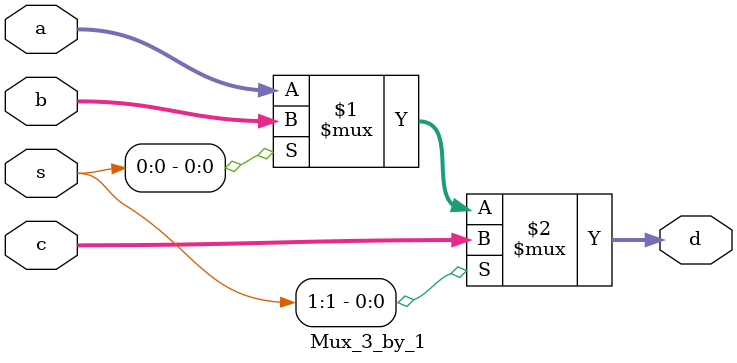
<source format=v>
module Mux_3_by_1(a, b, c, s, d);
    input [31:0] a, b, c;
    input [1:0] s;
    output [31:0] d;
    assign d = s[1] ? c : (s[0] ? b : a);
endmodule
</source>
